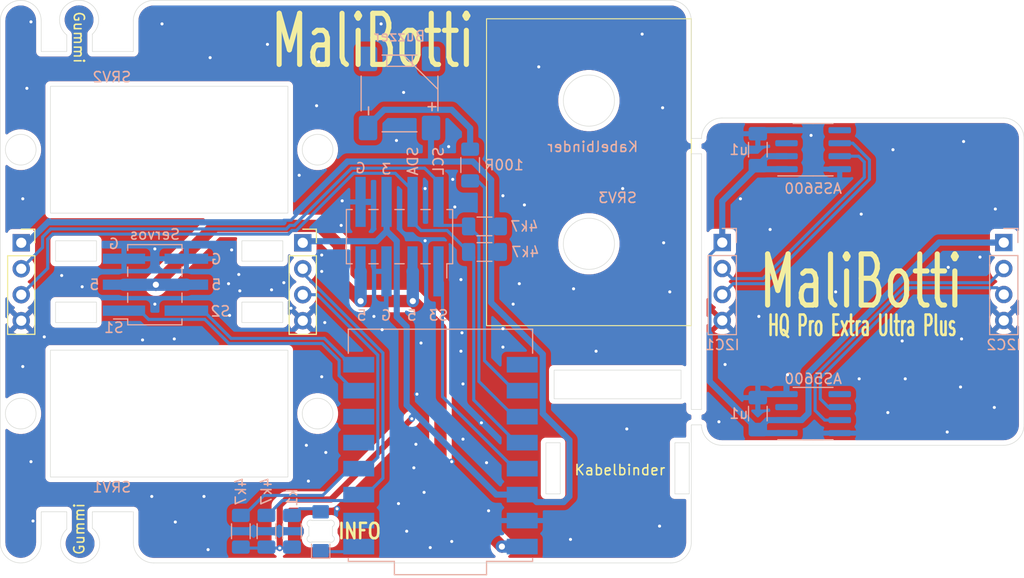
<source format=kicad_pcb>
(kicad_pcb (version 20241229) (generator "pcbnew") (generator_version "9.0")
  (layers (0 "F.Cu" signal) (2 "B.Cu" signal) (13 "F.Paste" user) (15 "B.Paste" user) (5 "F.SilkS" user "F.Silkscreen") (7 "B.SilkS" user "B.Silkscreen") (1 "F.Mask" user) (3 "B.Mask" user) (25 "Edge.Cuts" user))
  (net 0 "")
  (net 3 "Net-(D1-A)")
  (net 4 "Net-(D1-K)")
  (net 5 "GND")
  (net 6 "+5V")
  (net 7 "SRV1")
  (net 8 "SRV2")
  (net 9 "SRV3")
  (net 10 "+3.3V")
  (net 11 "Net-(BZ1--)")
  (net 12 "GND1")
  (net 13 "SDA")
  (net 14 "SCL")
  (net 15 "+3.3VP")
  (net 17 "BUZZER")
  (net 19 "Net-(J3-Pin_3)")
  (net 20 "Net-(J3-Pin_2)")
  (net 21 "Net-(J4-Pin_2)")
  (net 22 "Net-(J4-Pin_3)")
  (net 23 "SCL1")
  (net 24 "SDA1")
  (footprint "Connector_PinSocket_2.54mm:PinSocket_1x04_P2.54mm_Vertical" (layer "F.Cu") (at 129.55 96.2)
    (property "Reference" "J6" (hide yes))
    (property "Value" "I2C2")
    (pad "1" thru_hole rect (at 0 0) (size 1.7 1.7) (drill 1) (layers "*.Cu" "*.Mask") (net 10 "+3.3V"))
    (pad "2" thru_hole circle (at 0 2.54) (size 1.7 1.7) (drill 1) (layers "*.Cu" "*.Mask") (net 23 "SCL1"))
    (pad "3" thru_hole circle (at 0 5.08) (size 1.7 1.7) (drill 1) (layers "*.Cu" "*.Mask") (net 24 "SDA1"))
    (pad "4" thru_hole circle (at 0 7.62) (size 1.7 1.7) (drill 1) (layers "*.Cu" "*.Mask") (net 5 "GND"))
  )
  (footprint "liebler_MECH:SG90_PCB" (layer "F.Cu") (at 110.9 87.1)
    (property "Reference" "SRV2" (at 0 -7.1 0) (layer "B.SilkS") (effects (justify mirror)))
    (property "Value" "Servo SG90")
    (fp_rect (start -6 -6.2) (end 17.2 6.2) (stroke (width 0.05)) (fill no) (layer "Edge.Cuts"))
    (fp_circle (center -8.9 0) (end -8.9 -1.5) (stroke (width 0.05)) (fill no) (layer "Edge.Cuts"))
    (fp_circle (center 20.1 0) (end 20.1 -1.5) (stroke (width 0.05)) (fill no) (layer "Edge.Cuts"))
  )
  (footprint "Connector_PinSocket_2.54mm:PinSocket_1x04_P2.54mm_Vertical" (layer "F.Cu") (at 102.05 96.2)
    (property "Reference" "J5" (hide yes))
    (property "Value" "I2C1")
    (pad "1" thru_hole rect (at 0 0) (size 1.7 1.7) (drill 1) (layers "*.Cu" "*.Mask") (net 10 "+3.3V"))
    (pad "2" thru_hole circle (at 0 2.54) (size 1.7 1.7) (drill 1) (layers "*.Cu" "*.Mask") (net 14 "SCL"))
    (pad "3" thru_hole circle (at 0 5.08) (size 1.7 1.7) (drill 1) (layers "*.Cu" "*.Mask") (net 13 "SDA"))
    (pad "4" thru_hole circle (at 0 7.62) (size 1.7 1.7) (drill 1) (layers "*.Cu" "*.Mask") (net 5 "GND"))
  )
  (footprint "liebler_MECH:SG90_PCB" (layer "F.Cu") (at 110.9 112.9)
    (property "Reference" "SRV1" (at 0 7.2 0) (layer "B.SilkS") (effects (justify mirror)))
    (property "Value" "Servo SG90")
    (fp_rect (start -6 -6.2) (end 17.2 6.2) (stroke (width 0.05)) (fill no) (layer "Edge.Cuts"))
    (fp_circle (center -8.9 0) (end -8.9 -1.5) (stroke (width 0.05)) (fill no) (layer "Edge.Cuts"))
    (fp_circle (center 20.1 0) (end 20.1 -1.5) (stroke (width 0.05)) (fill no) (layer "Edge.Cuts"))
  )
  (footprint "liebler_MECH:SG90_vertical_PCB" (layer "F.Cu") (at 160.3 110.05 90)
    (property "Reference" "SRV3" (at 18.25 0 0) (layer "B.SilkS") (effects (justify mirror)))
    (property "Value" "Servo SG90")
    (fp_rect (start -10.7 -7) (end -5.7 -5.6) (stroke (width 0.05)) (fill no) (layer "Edge.Cuts"))
    (fp_rect (start -1.4 -6.2) (end 1.4 6.2) (stroke (width 0.05)) (fill no) (layer "Edge.Cuts"))
    (fp_rect (start -10.7 5.6) (end -5.7 7) (stroke (width 0.05)) (fill no) (layer "Edge.Cuts"))
  )
  (footprint "liebler_MECH:Hinge_3040" (layer "F.Cu") (at 167.5 89.3)
    (property "Reference" "H1" (hide yes))
    (property "Value" "Hinge3040")
    (fp_circle (center -10 -7) (end -10 -9.5) (stroke (width 0.05)) (fill no) (layer "Edge.Cuts"))
    (fp_circle (center -10 7) (end -10 4.5) (stroke (width 0.05)) (fill no) (layer "Edge.Cuts"))
  )
  (footprint "liebler_MECH:XDCR_CMT-7525-80-SMT-TR_handsolder" (layer "B.Cu") (at 139 81.6 90)
    (property "Reference" "BZ1" (hide yes))
    (property "Value" "Buzzer" (at 5.6 0 0) (layer "B.SilkS") (effects (justify mirror)))
    (fp_text user "-" (at -1.7 -3.1 90) (layer "B.SilkS") (effects (justify mirror)))
    (fp_text user "+" (at -1.3 3.1 90) (layer "B.SilkS") (effects (justify mirror)))
    (pad "" smd roundrect (at 3.375 -3.075 90) (size 2.4 1.8) (layers "B.Cu" "B.Mask" "B.Paste") (roundrect_rratio 0.1388888889))
    (pad "" smd roundrect (at 3.375 3.075 90) (size 2.4 1.8) (layers "B.Cu" "B.Mask" "B.Paste") (roundrect_rratio 0.1388888889))
    (pad "N" smd roundrect (at -3.375 -3.075 90) (size 2.4 1.8) (layers "B.Cu" "B.Mask" "B.Paste") (roundrect_rratio 0.1388888889) (net 11 "Net-(BZ1--)"))
    (pad "P" smd roundrect (at -3.375 3.075 90) (size 2.4 1.8) (layers "B.Cu" "B.Mask" "B.Paste") (roundrect_rratio 0.1388888889) (net 10 "+3.3V"))
  )
  (footprint "Connector_PinHeader_2.54mm:PinHeader_2x04_P2.54mm_Vertical_SMD" (layer "B.Cu") (at 139 95.6 90)
    (property "Reference" "J2" (hide yes))
    (property "Value" "Servos & I2C" (hide yes))
    (pad "1" smd rect (at -3.396 3.806 90) (size 4.892 1.008) (layers "B.Cu" "B.Mask" "B.Paste") (net 9 "SRV3"))
    (pad "2" smd rect (at 3.396 3.806 90) (size 4.892 1.008) (layers "B.Cu" "B.Mask" "B.Paste") (net 14 "SCL"))
    (pad "3" smd rect (at -3.396 1.27 90) (size 4.892 1) (layers "B.Cu" "B.Mask" "B.Paste") (net 6 "+5V"))
    (pad "4" smd rect (at 3.396 1.274 90) (size 4.892 1.008) (layers "B.Cu" "B.Mask" "B.Paste") (net 13 "SDA"))
    (pad "5" smd rect (at -3.396 -1.274 90) (size 4.892 1.008) (layers "B.Cu" "B.Mask" "B.Paste") (net 5 "GND"))
    (pad "6" smd rect (at 3.396 -1.266 90) (size 4.892 1.008) (layers "B.Cu" "B.Mask" "B.Paste") (net 10 "+3.3V"))
    (pad "7" smd rect (at -3.396 -3.814 90) (size 4.892 1.008) (layers "B.Cu" "B.Mask" "B.Paste") (net 6 "+5V"))
    (pad "8" smd rect (at 3.396 -3.806 90) (size 4.892 1.008) (layers "B.Cu" "B.Mask" "B.Paste") (net 5 "GND"))
  )
  (footprint "Connector_PinHeader_2.54mm:PinHeader_1x04_P2.54mm_Vertical" (layer "B.Cu") (at 170.525 96.18 180)
    (property "Reference" "J3" (hide yes))
    (property "Value" "I2C1" (at 0 -10 0) (layer "B.SilkS") (effects (justify mirror)))
    (pad "1" thru_hole rect (at 0 0 180) (size 1.7 1.7) (drill 1) (layers "*.Cu" "*.Mask") (net 15 "+3.3VP"))
    (pad "2" thru_hole circle (at 0 -2.54 180) (size 1.7 1.7) (drill 1) (layers "*.Cu" "*.Mask") (net 20 "Net-(J3-Pin_2)"))
    (pad "3" thru_hole circle (at 0 -5.08 180) (size 1.7 1.7) (drill 1) (layers "*.Cu" "*.Mask") (net 19 "Net-(J3-Pin_3)"))
    (pad "4" thru_hole circle (at 0 -7.62 180) (size 1.7 1.7) (drill 1) (layers "*.Cu" "*.Mask") (net 12 "GND1"))
  )
  (footprint "Capacitor_SMD:C_1206_3216Metric_Pad1.33x1.80mm_HandSolder" (layer "B.Cu") (at 174 112.9 90)
    (property "Reference" "C1" (hide yes))
    (property "Value" "u1" (at 0 -1.85 180) (layer "B.SilkS") (effects (justify mirror)))
    (pad "1" smd roundrect (at -1.5625 0 90) (size 1.325 1.8) (layers "B.Cu" "B.Mask" "B.Paste") (roundrect_rratio 0.188679) (net 15 "+3.3VP"))
    (pad "2" smd roundrect (at 1.5625 0 90) (size 1.325 1.8) (layers "B.Cu" "B.Mask" "B.Paste") (roundrect_rratio 0.188679) (net 12 "GND1"))
  )
  (footprint "Connector_PinHeader_2.54mm:PinHeader_2x03_P2.54mm_Vertical_SMD" (layer "B.Cu") (at 115.1 100.3)
    (property "Reference" "J1" (hide yes))
    (property "Value" "Servos" (at 0 -4.92 0) (layer "B.SilkS") (effects (justify mirror)))
    (pad "1" smd rect (at -3.015 2.536) (size 4.13 1.008) (layers "B.Cu" "B.Mask" "B.Paste") (net 7 "SRV1"))
    (pad "2" smd rect (at 3.0785 2.536) (size 4.257 1.008) (layers "B.Cu" "B.Mask" "B.Paste") (net 8 "SRV2"))
    (pad "3" smd rect (at -3.015 0) (size 4.13 1) (layers "B.Cu" "B.Mask" "B.Paste") (net 6 "+5V"))
    (pad "4" smd rect (at 3.0785 -0.004) (size 4.257 1.008) (layers "B.Cu" "B.Mask" "B.Paste") (net 6 "+5V"))
    (pad "5" smd rect (at -3.015 -2.54) (size 4.13 1) (layers "B.Cu" "B.Mask" "B.Paste") (net 5 "GND"))
    (pad "6" smd rect (at 3.0785 -2.54) (size 4.257 1) (layers "B.Cu" "B.Mask" "B.Paste") (net 5 "GND"))
  )
  (footprint "Connector_PinHeader_2.54mm:PinHeader_1x04_P2.54mm_Vertical" (layer "B.Cu") (at 198.025 96.18 180)
    (property "Reference" "J4" (hide yes))
    (property "Value" "I2C2" (at 0 -10 0) (layer "B.SilkS") (effects (justify mirror)))
    (pad "1" thru_hole rect (at 0 0 180) (size 1.7 1.7) (drill 1) (layers "*.Cu" "*.Mask") (net 15 "+3.3VP"))
    (pad "2" thru_hole circle (at 0 -2.54 180) (size 1.7 1.7) (drill 1) (layers "*.Cu" "*.Mask") (net 21 "Net-(J4-Pin_2)"))
    (pad "3" thru_hole circle (at 0 -5.08 180) (size 1.7 1.7) (drill 1) (layers "*.Cu" "*.Mask") (net 22 "Net-(J4-Pin_3)"))
    (pad "4" thru_hole circle (at 0 -7.62 180) (size 1.7 1.7) (drill 1) (layers "*.Cu" "*.Mask") (net 12 "GND1"))
  )
  (footprint "Resistor_SMD:R_1206_3216Metric_Pad1.30x1.75mm_HandSolder" (layer "B.Cu") (at 147.3 94.6)
    (property "Reference" "R3" (hide yes))
    (property "Value" "4k7" (at 3.9 0 0) (layer "B.SilkS") (effects (justify mirror)))
    (pad "1" smd roundrect (at -1.55 0) (size 1.3 1.75) (layers "B.Cu" "B.Mask" "B.Paste") (roundrect_rratio 0.192308) (net 14 "SCL"))
    (pad "2" smd roundrect (at 1.55 0) (size 1.3 1.75) (layers "B.Cu" "B.Mask" "B.Paste") (roundrect_rratio 0.192308) (net 10 "+3.3V"))
  )
  (footprint "Resistor_SMD:R_1206_3216Metric_Pad1.30x1.75mm_HandSolder" (layer "B.Cu") (at 126 124.4 -90)
    (property "Reference" "R5" (hide yes))
    (property "Value" "4k7" (at -3.9 0 90) (layer "B.SilkS") (effects (justify mirror)))
    (pad "1" smd roundrect (at -1.55 0 270) (size 1.3 1.75) (layers "B.Cu" "B.Mask" "B.Paste") (roundrect_rratio 0.192308) (net 23 "SCL1"))
    (pad "2" smd roundrect (at 1.55 0 270) (size 1.3 1.75) (layers "B.Cu" "B.Mask" "B.Paste") (roundrect_rratio 0.192308) (net 10 "+3.3V"))
  )
  (footprint "Resistor_SMD:R_1206_3216Metric_Pad1.30x1.75mm_HandSolder" (layer "B.Cu") (at 123.5 124.4 -90)
    (property "Reference" "R6" (hide yes))
    (property "Value" "4k7" (at -3.9 0 90) (layer "B.SilkS") (effects (justify mirror)))
    (pad "1" smd roundrect (at -1.55 0 270) (size 1.3 1.75) (layers "B.Cu" "B.Mask" "B.Paste") (roundrect_rratio 0.192308) (net 24 "SDA1"))
    (pad "2" smd roundrect (at 1.55 0 270) (size 1.3 1.75) (layers "B.Cu" "B.Mask" "B.Paste") (roundrect_rratio 0.192308) (net 10 "+3.3V"))
  )
  (footprint "Resistor_SMD:R_1206_3216Metric_Pad1.30x1.75mm_HandSolder" (layer "B.Cu") (at 128.5 124.4 -90)
    (property "Reference" "R1" (hide yes))
    (property "Value" "k1" (at -3.3 0 90) (layer "B.SilkS") (effects (justify mirror)))
    (pad "1" smd roundrect (at -1.55 0 270) (size 1.3 1.75) (layers "B.Cu" "B.Mask" "B.Paste") (roundrect_rratio 0.192308) (net 3 "Net-(D1-A)"))
    (pad "2" smd roundrect (at 1.55 0 270) (size 1.3 1.75) (layers "B.Cu" "B.Mask" "B.Paste") (roundrect_rratio 0.192308) (net 10 "+3.3V"))
  )
  (footprint "liebler_MODULES:MODULE_ESP32-C3_SUPERMINI" (layer "B.Cu") (at 143 116)
    (property "Reference" "U1" (hide yes))
    (property "Value" "ESP32-C3_SUPERMINI_SMD")
    (pad "0" smd rect (at 7.985 -7.88) (size 3.025 1.524) (layers "B.Cu" "B.Mask" "B.Paste"))
    (pad "1" smd rect (at 7.985 -5.34) (size 3.025 1.524) (layers "B.Cu" "B.Mask" "B.Paste") (net 17 "BUZZER"))
    (pad "2" smd rect (at 7.985 -2.8) (size 3.025 1.524) (layers "B.Cu" "B.Mask" "B.Paste") (net 14 "SCL"))
    (pad "3" smd rect (at 7.985 -0.26) (size 3.025 1.524) (layers "B.Cu" "B.Mask" "B.Paste") (net 13 "SDA"))
    (pad "3.3" smd rect (at 7.985 4.82) (size 3.025 1.524) (layers "B.Cu" "B.Mask" "B.Paste") (net 10 "+3.3V"))
    (pad "4" smd rect (at 7.985 2.28) (size 3.025 1.524) (layers "B.Cu" "B.Mask" "B.Paste") (net 9 "SRV3"))
    (pad "5" smd rect (at -7.985 9.9) (size 3.025 1.524) (layers "B.Cu" "B.Mask" "B.Paste") (net 4 "Net-(D1-K)"))
    (pad "5V" smd rect (at 7.985 9.9) (size 3.025 1.524) (layers "B.Cu" "B.Mask" "B.Paste") (net 6 "+5V"))
    (pad "6" smd rect (at -7.985 7.36) (size 3.025 1.524) (layers "B.Cu" "B.Mask" "B.Paste"))
    (pad "7" smd rect (at -7.985 4.82) (size 3.025 1.524) (layers "B.Cu" "B.Mask" "B.Paste") (net 23 "SCL1"))
    (pad "8" smd rect (at -7.985 2.28) (size 3.025 1.524) (layers "B.Cu" "B.Mask" "B.Paste") (net 24 "SDA1"))
    (pad "9" smd rect (at -7.985 -0.26) (size 3.025 1.524) (layers "B.Cu" "B.Mask" "B.Paste"))
    (pad "10" smd rect (at -7.985 -2.8) (size 3.025 1.524) (layers "B.Cu" "B.Mask" "B.Paste"))
    (pad "20" smd rect (at -7.985 -5.34) (size 3.025 1.524) (layers "B.Cu" "B.Mask" "B.Paste") (net 7 "SRV1"))
    (pad "21" smd rect (at -7.985 -7.88) (size 3.025 1.524) (layers "B.Cu" "B.Mask" "B.Paste") (net 8 "SRV2"))
    (pad "G" smd rect (at 7.985 7.36) (size 3.025 1.524) (layers "B.Cu" "B.Mask" "B.Paste") (net 5 "GND"))
  )
  (footprint "liebler_SEMICONDUCTORS:SOIC-8_3.9x4.9mm_P1.27mm_handsolder" (layer "B.Cu") (at 179.4 112.9)
    (property "Reference" "U3" (hide yes))
    (property "Value" "AS5600" (at 0 -3.4 180) (layer "B.SilkS") (effects (justify mirror)))
    (pad "1" smd roundrect (at -2.6 1.905) (size 2.2 0.6) (layers "B.Cu" "B.Mask" "B.Paste") (net 15 "+3.3VP"))
    (pad "2" smd roundrect (at -2.6 0.635) (size 2.2 0.6) (layers "B.Cu" "B.Mask" "B.Paste") (net 15 "+3.3VP"))
    (pad "3" smd roundrect (at -2.6 -0.635) (size 2.2 0.6) (layers "B.Cu" "B.Mask" "B.Paste"))
    (pad "4" smd roundrect (at -2.6 -1.905) (size 2.2 0.6) (layers "B.Cu" "B.Mask" "B.Paste") (net 12 "GND1"))
    (pad "5" smd roundrect (at 2.6 -1.905) (size 2.2 0.6) (layers "B.Cu" "B.Mask" "B.Paste"))
    (pad "6" smd roundrect (at 2.6 -0.635) (size 2.2 0.6) (layers "B.Cu" "B.Mask" "B.Paste") (net 22 "Net-(J4-Pin_3)"))
    (pad "7" smd roundrect (at 2.6 0.635) (size 2.2 0.6) (layers "B.Cu" "B.Mask" "B.Paste") (net 21 "Net-(J4-Pin_2)"))
    (pad "8" smd roundrect (at 2.6 1.905) (size 2.2 0.6) (layers "B.Cu" "B.Mask" "B.Paste") (net 12 "GND1"))
  )
  (footprint "Capacitor_SMD:C_1206_3216Metric_Pad1.33x1.80mm_HandSolder" (layer "B.Cu") (at 174 87.1 90)
    (property "Reference" "C2" (hide yes))
    (property "Value" "u1" (at 0 -1.85 180) (layer "B.SilkS") (effects (justify mirror)))
    (pad "1" smd roundrect (at -1.5625 0 90) (size 1.325 1.8) (layers "B.Cu" "B.Mask" "B.Paste") (roundrect_rratio 0.188679) (net 15 "+3.3VP"))
    (pad "2" smd roundrect (at 1.5625 0 90) (size 1.325 1.8) (layers "B.Cu" "B.Mask" "B.Paste") (roundrect_rratio 0.188679) (net 12 "GND1"))
  )
  (footprint "Resistor_SMD:R_1206_3216Metric_Pad1.30x1.75mm_HandSolder" (layer "B.Cu") (at 147.3 97.1)
    (property "Reference" "R4" (hide yes))
    (property "Value" "4k7" (at 4 0 0) (layer "B.SilkS") (effects (justify mirror)))
    (pad "1" smd roundrect (at -1.55 0) (size 1.3 1.75) (layers "B.Cu" "B.Mask" "B.Paste") (roundrect_rratio 0.192308) (net 13 "SDA"))
    (pad "2" smd roundrect (at 1.55 0) (size 1.3 1.75) (layers "B.Cu" "B.Mask" "B.Paste") (roundrect_rratio 0.192308) (net 10 "+3.3V"))
  )
  (footprint "liebler_OPTO:LED_1206_3216Metric_ReverseMount" (layer "B.Cu") (at 131.3 124.4 90)
    (property "Reference" "D1" (hide yes))
    (property "Value" "LED" (hide yes))
    (fp_line (start -0.45 -1.15) (end 0.45 -1.15) (stroke (width 0.05)) (layer "Edge.Cuts"))
    (fp_line (start 1.05 -0.85) (end 1.05 0.85) (stroke (width 0.05)) (layer "Edge.Cuts"))
    (fp_line (start -1.05 0.85) (end -1.05 -0.85) (stroke (width 0.05)) (layer "Edge.Cuts"))
    (fp_line (start 0.45 1.15) (end -0.45 1.15) (stroke (width 0.05)) (layer "Edge.Cuts"))
    (fp_arc (start 0.45 -1.15) (mid 0.9 -1.3) (end 1.05 -0.85) (stroke (width 0.05)) (layer "Edge.Cuts"))
    (fp_arc (start -1.05 -0.85) (mid -0.9 -1.3) (end -0.45 -1.15) (stroke (width 0.05)) (layer "Edge.Cuts"))
    (fp_arc (start 1.05 0.85) (mid 0.9 1.3) (end 0.45 1.15) (stroke (width 0.05)) (layer "Edge.Cuts"))
    (fp_arc (start -0.45 1.15) (mid -0.9 1.3) (end -1.05 0.85) (stroke (width 0.05)) (layer "Edge.Cuts"))
    (pad "1" smd roundrect (at -1.9 0 90) (size 1.3 1.6) (layers "B.Cu" "B.Mask" "B.Paste") (roundrect_rratio 0.1) (net 4 "Net-(D1-K)"))
    (pad "2" smd roundrect (at 1.9 0 90) (size 1.3 1.6) (layers "B.Cu" "B.Mask" "B.Paste") (roundrect_rratio 0.1) (net 3 "Net-(D1-A)"))
  )
  (footprint "Resistor_SMD:R_1206_3216Metric_Pad1.30x1.75mm_HandSolder" (layer "B.Cu") (at 145.9 88.6 -90)
    (property "Reference" "R2" (hide yes))
    (property "Value" "100R" (at 0 -3.3 180) (layer "B.SilkS") (effects (justify mirror)))
    (pad "1" smd roundrect (at -1.55 0 270) (size 1.3 1.75) (layers "B.Cu" "B.Mask" "B.Paste") (roundrect_rratio 0.192308) (net 11 "Net-(BZ1--)"))
    (pad "2" smd roundrect (at 1.55 0 270) (size 1.3 1.75) (layers "B.Cu" "B.Mask" "B.Paste") (roundrect_rratio 0.192308) (net 17 "BUZZER"))
  )
  (footprint "liebler_SEMICONDUCTORS:SOIC-8_3.9x4.9mm_P1.27mm_handsolder" (layer "B.Cu") (at 179.4 87.1)
    (property "Reference" "U2" (hide yes))
    (property "Value" "AS5600" (at 0 3.8 180) (layer "B.SilkS") (effects (justify mirror)))
    (pad "1" smd roundrect (at -2.6 1.905) (size 2.2 0.6) (layers "B.Cu" "B.Mask" "B.Paste") (net 15 "+3.3VP"))
    (pad "2" smd roundrect (at -2.6 0.635) (size 2.2 0.6) (layers "B.Cu" "B.Mask" "B.Paste") (net 15 "+3.3VP"))
    (pad "3" smd roundrect (at -2.6 -0.635) (size 2.2 0.6) (layers "B.Cu" "B.Mask" "B.Paste"))
    (pad "4" smd roundrect (at -2.6 -1.905) (size 2.2 0.6) (layers "B.Cu" "B.Mask" "B.Paste") (net 12 "GND1"))
    (pad "5" smd roundrect (at 2.6 -1.905) (size 2.2 0.6) (layers "B.Cu" "B.Mask" "B.Paste"))
    (pad "6" smd roundrect (at 2.6 -0.635) (size 2.2 0.6) (layers "B.Cu" "B.Mask" "B.Paste") (net 19 "Net-(J3-Pin_3)"))
    (pad "7" smd roundrect (at 2.6 0.635) (size 2.2 0.6) (layers "B.Cu" "B.Mask" "B.Paste") (net 20 "Net-(J3-Pin_2)"))
    (pad "8" smd roundrect (at 2.6 1.905) (size 2.2 0.6) (layers "B.Cu" "B.Mask" "B.Paste") (net 12 "GND1"))
  )
  (gr_line (start 167.5 112.5) (end 167.5 87.5) (stroke (width 0.05)) (layer "Edge.Cuts"))
  (gr_rect (start 105.4 102) (end 109.4 104) (stroke (width 0.05)) (fill no) (layer "Edge.Cuts"))
  (gr_line (start 167.5 125.5) (end 167.5 114) (stroke (width 0.05)) (layer "Edge.Cuts"))
  (gr_line (start 106.5 75.886605) (end 106.5 77.5) (stroke (width 0.05)) (layer "Edge.Cuts"))
  (gr_line (start 170.5 116) (end 198 116) (stroke (width 0.05)) (layer "Edge.Cuts"))
  (gr_arc (start 170.5 116) (mid 169.085786 115.414214) (end 168.5 114) (stroke (width 0.05)) (layer "Edge.Cuts"))
  (gr_arc (start 106.5 75.886606) (mid 107.633855 72.490649) (end 109 75.8) (stroke (width 0.05)) (layer "Edge.Cuts"))
  (gr_arc (start 104 125.5) (mid 102 127.5) (end 100 125.5) (stroke (width 0.05)) (layer "Edge.Cuts"))
  (gr_line (start 200 114) (end 200 86) (stroke (width 0.05)) (layer "Edge.Cuts"))
  (gr_arc (start 200 114) (mid 199.414214 115.414214) (end 198 116) (stroke (width 0.05)) (layer "Edge.Cuts"))
  (gr_arc (start 113 74.5) (mid 113.585786 73.085786) (end 115 72.5) (stroke (width 0.05)) (layer "Edge.Cuts"))
  (gr_line (start 167.5 86) (end 167.5 74.5) (stroke (width 0.05)) (layer "Edge.Cuts"))
  (gr_line (start 113 122.5) (end 113 125.5) (stroke (width 0.05)) (layer "Edge.Cuts"))
  (gr_rect (start 123.6 96) (end 127.6 98) (stroke (width 0.05)) (fill no) (layer "Edge.Cuts"))
  (gr_arc (start 102 72.5) (mid 103.414214 73.085786) (end 104 74.5) (stroke (width 0.05)) (layer "Edge.Cuts"))
  (gr_arc (start 109 124.113394) (mid 107.866145 127.509351) (end 106.5 124.2) (stroke (width 0.05)) (layer "Edge.Cuts"))
  (gr_line (start 104 122.5) (end 106.5 122.5) (stroke (width 0.05)) (layer "Edge.Cuts"))
  (gr_line (start 198 84) (end 170.5 84) (stroke (width 0.05)) (layer "Edge.Cuts"))
  (gr_line (start 104 77.5) (end 104 74.5) (stroke (width 0.05)) (layer "Edge.Cuts"))
  (gr_line (start 113 77.5) (end 109 77.5) (stroke (width 0.05)) (layer "Edge.Cuts"))
  (gr_line (start 167.5 87.5) (end 168.5 87.5) (stroke (width 0.05)) (layer "Edge.Cuts"))
  (gr_rect (start 123.6 102) (end 127.6 104) (stroke (width 0.05)) (fill no) (layer "Edge.Cuts"))
  (gr_arc (start 168.5 86) (mid 169.085786 84.585786) (end 170.5 84) (stroke (width 0.05)) (layer "Edge.Cuts"))
  (gr_arc (start 115 127.5) (mid 113.585786 126.914214) (end 113 125.5) (stroke (width 0.05)) (layer "Edge.Cuts"))
  (gr_arc (start 167.5 125.5) (mid 166.914214 126.914214) (end 165.5 127.5) (stroke (width 0.05)) (layer "Edge.Cuts"))
  (gr_line (start 104 125.5) (end 104 122.5) (stroke (width 0.05)) (layer "Edge.Cuts"))
  (gr_line (start 109 122.5) (end 113 122.5) (stroke (width 0.05)) (layer "Edge.Cuts"))
  (gr_line (start 109 124.113395) (end 109 122.5) (stroke (width 0.05)) (layer "Edge.Cuts"))
  (gr_arc (start 165.5 72.5) (mid 166.914214 73.085786) (end 167.5 74.5) (stroke (width 0.05)) (layer "Edge.Cuts"))
  (gr_line (start 115 127.5) (end 165.5 127.5) (stroke (width 0.05)) (layer "Edge.Cuts"))
  (gr_line (start 167.5 86) (end 168.5 86) (stroke (width 0.05)) (layer "Edge.Cuts"))
  (gr_arc (start 198 84) (mid 199.414214 84.585786) (end 200 86) (stroke (width 0.05)) (layer "Edge.Cuts"))
  (gr_line (start 106.5 77.5) (end 104 77.5) (stroke (width 0.05)) (layer "Edge.Cuts"))
  (gr_line (start 100 86) (end 100 125.5) (stroke (width 0.05)) (layer "Edge.Cuts"))
  (gr_line (start 167.5 114) (end 168.5 114) (stroke (width 0.05)) (layer "Edge.Cuts"))
  (gr_line (start 167.5 112.5) (end 168.5 112.5) (stroke (width 0.05)) (layer "Edge.Cuts"))
  (gr_line (start 115 72.5) (end 165.5 72.5) (stroke (width 0.05)) (layer "Edge.Cuts"))
  (gr_line (start 109 77.5) (end 109 75.8) (stroke (width 0.05)) (layer "Edge.Cuts"))
  (gr_line (start 100 86) (end 100 74.5) (stroke (width 0.05)) (layer "Edge.Cuts"))
  (gr_line (start 113 74.5) (end 113 77.5) (stroke (width 0.05)) (layer "Edge.Cuts"))
  (gr_rect (start 105.4 96) (end 109.4 98) (stroke (width 0.05)) (fill no) (layer "Edge.Cuts"))
  (gr_arc (start 100 74.5) (mid 100.585786 73.085786) (end 102 72.5) (stroke (width 0.05)) (layer "Edge.Cuts"))
  (gr_line (start 106.5 122.5) (end 106.5 124.2) (stroke (width 0.05)) (layer "Edge.Cuts"))
  (gr_line (start 168.5 87.5) (end 168.5 112.5) (stroke (width 0.05)) (layer "Edge.Cuts"))
  (gr_text "INFO\n" (at 135.1 124.4 0) (layer "F.SilkS") (effects (font (size 1.5 1.2) (thickness 0.25) (bold yes))))
  (gr_text "MaliBotti" (at 184.1 100 0) (layer "F.SilkS") (effects (font (size 5 3) (thickness 0.5) (bold yes))))
  (gr_text "Kabelbinder" (at 156 119 0) (layer "F.SilkS") (effects (font (size 1 1)) (justify left bottom)))
  (gr_text "Gummi" (at 108.3 126.8 90) (layer "F.SilkS") (effects (font (size 1 1)) (justify left bottom)))
  (gr_text "MaliBotti" (at 126.2 79.4 0) (layer "F.SilkS") (effects (font (size 5 3) (thickness 0.5) (bold yes)) (justify left bottom)))
  (gr_text "Gummi" (at 107.1 73.5 270) (layer "F.SilkS") (effects (font (size 1 1)) (justify left bottom)))
  (gr_text "HQ Pro Extra Ultra Plus" (at 184.2 104.3 0) (layer "F.SilkS") (effects (font (size 2 1) (thickness 0.25) (bold yes))))
  (gr_text "SDA" (at 140.3 88.2 90) (layer "B.SilkS") (effects (font (size 1 1)) (justify mirror)))
  (gr_text "Kabelbinder" (at 162.4 87.4 0) (layer "B.SilkS") (effects (font (size 1 1)) (justify left bottom mirror)))
  (gr_text "S3" (at 142.8 103.3 0) (layer "B.SilkS") (effects (font (size 1 1)) (justify mirror)))
  (gr_text "S2" (at 121.5 102.9 0) (layer "B.SilkS") (effects (font (size 1 1)) (justify mirror)))
  (gr_text "G" (at 111.1 96.3 0) (layer "B.SilkS") (effects (font (size 1 1)) (justify mirror)))
  (gr_text "G" (at 135.2 88.9 0) (layer "B.SilkS") (effects (font (size 1 1)) (justify mirror)))
  (gr_text "3" (at 137.7 89 0) (layer "B.SilkS") (effects (font (size 1 1)) (justify mirror)))
  (gr_text "5" (at 121.1 100.3 0) (layer "B.SilkS") (effects (font (size 1 1)) (justify mirror)))
  (gr_text "SCL" (at 142.8 88.2 90) (layer "B.SilkS") (effects (font (size 1 1)) (justify mirror)))
  (gr_text "5" (at 140.2 103.3 0) (layer "B.SilkS") (effects (font (size 1 1)) (justify mirror)))
  (gr_text "5" (at 135.3 103.3 0) (layer "B.SilkS") (effects (font (size 1 1)) (justify mirror)))
  (gr_text "5" (at 109.2 100.3 0) (layer "B.SilkS") (effects (font (size 1 1)) (justify mirror)))
  (gr_text "S1" (at 111.1 104.5 0) (layer "B.SilkS") (effects (font (size 1 1)) (justify mirror)))
  (gr_text "G" (at 121.1 97.8 0) (layer "B.SilkS") (effects (font (size 1 1)) (justify mirror)))
  (gr_text "G" (at 137.7 103.3 0) (layer "B.SilkS") (effects (font (size 1 1)) (justify mirror)))
  (segment (start 130.9 122.2) (end 129.25 122.2) (width 0.3) (layer "B.Cu") (net 3))
  (segment (start 128.6 122.85) (end 128.5 122.85) (width 0.3) (layer "B.Cu") (net 3))
  (segment (start 131.3 122.6) (end 130.9 122.2) (width 0.3) (layer "B.Cu") (net 3))
  (segment (start 129.25 122.2) (end 128.6 122.85) (width 0.3) (layer "B.Cu") (net 3))
  (segment (start 131.3 126.4) (end 134.515 126.4) (width 0.3) (layer "B.Cu") (net 4))
  (segment (start 134.515 126.4) (end 135.015 125.9) (width 0.3) (layer "B.Cu") (net 4))
  (via (at 115.8 74.8) (size 0.6) (drill 0.3) (layers "F.Cu" "B.Cu") (net 5))
  (via (at 117.1 123.5) (size 0.6) (drill 0.3) (layers "F.Cu" "B.Cu") (net 5))
  (via (at 131.7 104) (size 0.6) (drill 0.3) (layers "F.Cu" "B.Cu") (net 5))
  (via (at 131.1 78.5) (size 0.6) (drill 0.3) (layers "F.Cu" "B.Cu") (net 5))
  (via (at 145 99.8) (size 0.6) (drill 0.3) (layers "F.Cu" "B.Cu") (net 5))
  (via (at 129.2 89.6) (size 0.6) (drill 0.3) (layers "F.Cu" "B.Cu") (net 5))
  (via (at 127.7 100.1) (size 0.6) (drill 0.3) (layers "F.Cu" "B.Cu") (net 5))
  (via (at 164.7 83) (size 0.6) (drill 0.3) (layers "F.Cu" "B.Cu") (net 5))
  (via (at 130.9 82.8) (size 0.6) (drill 0.3) (layers "F.Cu" "B.Cu") (net 5))
  (via (at 122.4 103.3) (size 0.6) (drill 0.3) (layers "F.Cu" "B.Cu") (net 5))
  (via (at 164.8 96.2) (size 0.6) (drill 0.3) (layers "F.Cu" "B.Cu") (net 5))
  (via (at 130.1 119.5) (size 0.6) (drill 0.3) (layers "F.Cu" "B.Cu") (net 5))
  (via (at 152.6 79) (size 0.6) (drill 0.3) (layers "F.Cu" "B.Cu") (net 5))
  (via (at 144.4 92.7) (size 0.6) (drill 0.3) (layers "F.Cu" "B.Cu") (net 5))
  (via (at 162.7 75.8) (size 0.6) (drill 0.3) (layers "F.Cu" "B.Cu") (net 5))
  (via (at 139.7 124.4) (size 0.6) (drill 0.3) (layers "F.Cu" "B.Cu") (net 5))
  (via (at 119.9 121) (size 0.6) (drill 0.3) (layers "F.Cu" "B.Cu") (net 5))
  (via (at 149.1 106.4) (size 0.6) (drill 0.3) (layers "F.Cu" "B.Cu") (net 5))
  (via (at 149.1 104.6) (size 0.6) (drill 0.3) (layers "F.Cu" "B.Cu") (net 5))
  (via (at 145.2 115.4) (size 0.6) (drill 0.3) (layers "F.Cu" "B.Cu") (net 5))
  (via (at 158.2 106.8) (size 0.6) (drill 0.3) (layers "F.Cu" "B.Cu") (net 5))
  (via (at 128.4 102.6) (size 0.6) (drill 0.3) (layers "F.Cu" "B.Cu") (net 5))
  (via (at 131.8 116.7) (size 0.6) (drill 0.3) (layers "F.Cu" "B.Cu") (net 5))
  (via (at 104.3 105.4) (size 0.6) (drill 0.3) (layers "F.Cu" "B.Cu") (net 5))
  (via (at 145 106.8) (size 0.6) (drill 0.3) (layers "F.Cu" "B.Cu") (net 5))
  (via (at 120.5 78.1) (size 0.6) (drill 0.3) (layers "F.Cu" "B.Cu") (net 5))
  (via (at 126.5 100.8) (size 0.6) (drill 0.3) (layers "F.Cu" "B.Cu") (net 5))
  (via (at 142 126) (size 0.6) (drill 0.3) (layers "F.Cu" "B.Cu") (net 5))
  (via (at 113.9 105.7) (size 0.6) (drill 0.3) (layers "F.Cu" "B.Cu") (net 5))
  (via (at 161.2 114.4) (size 0.6) (drill 0.3) (layers "F.Cu" "B.Cu") (net 5))
  (via (at 139.4 81.5) (size 0.6) (drill 0.3) (layers "F.Cu" "B.Cu") (net 5))
  (via (at 144.2 90) (size 0.6) (drill 0.3) (layers "F.Cu" "B.Cu") (net 5))
  (via (at 103.2 123.4) (size 0.6) (drill 0.3) (layers "F.Cu" "B.Cu") (net 5))
  (via (at 123.3 99.3) (size 0.6) (drill 0.3) (layers "F.Cu" "B.Cu") (net 5))
  (via (at 150.1 102.2) (size 0.6) (drill 0.3) (layers "F.Cu" "B.Cu") (net 5))
  (via (at 102.2 91.9) (size 0.6) (drill 0.3) (layers "F.Cu" "B.Cu") (net 5))
  (via (at 117 105.6) (size 0.6) (drill 0.3) (layers "F.Cu" "B.Cu") (net 5))
  (via (at 103 74.6) (size 0.6) (drill 0.3) (layers "F.Cu" "B.Cu") (net 5))
  (via (at 165.4 101) (size 0.6) (drill 0.3) (layers "F.Cu" "B.Cu") (net 5))
  (via (at 115.1 102.2) (size 0.6) (drill 0.3) (layers "F.Cu" "B.Cu") (net 5))
  (via (at 160.8 90.9) (size 0.6) (drill 0.3) (layers "F.Cu" "B.Cu") (net 5))
  (via (at 141.4 120.6) (size 0.6) (drill 0.3) (layers "F.Cu" "B.Cu") (net 5))
  (via (at 138.9 121.7) (size 0.6) (drill 0.3) (layers "F.Cu" "B.Cu") (net 5))
  (via (at 143.8 86.8) (size 0.6) (drill 0.3) (layers "F.Cu" "B.Cu") (net 5))
  (via (at 129.9 116) (size 0.6) (drill 0.3) (layers "F.Cu" "B.Cu") (net 5))
  (via (at 122.3 100.2) (size 0.6) (drill 0.3) (layers "F.Cu" "B.Cu") (net 5))
  (via (at 137.2 74.8) (size 0.6) (drill 0.3) (layers "F.Cu" "B.Cu") (net 5))
  (via (at 137.3 104.7) (size 0.6) (drill 0.3) (layers "F.Cu" "B.Cu") (net 5))
  (via (at 115.1 96.8) (size 0.6) (drill 0.3) (layers "F.Cu" "B.Cu") (net 5))
  (via (at 164.4 123.9) (size 0.6) (drill 0.3) (layers "F.Cu" "B.Cu") (net 5))
  (via (at 126.1 76.8) (size 0.6) (drill 0.3) (layers "F.Cu" "B.Cu") (net 5))
  (via (at 140.4 118.2) (size 0.6) (drill 0.3) (layers "F.Cu" "B.Cu") (net 5))
  (via (at 106 99.4) (size 0.6) (drill 0.3) (layers "F.Cu" "B.Cu") (net 5))
  (via (at 108 100.5) (size 0.6) (drill 0.3) (layers "F.Cu" "B.Cu") (net 5))
  (via (at 145.2 110) (size 0.6) (drill 0.3) (layers "F.Cu" "B.Cu") (net 5))
  (via (at 122.6 96.9) (size 0.6) (drill 0.3) (layers "F.Cu" "B.Cu") (net 5))
  (via (at 131.4 97.4) (size 0.6) (drill 0.3) (layers "F.Cu" "B.Cu") (net 5))
  (via (at 145.1 105) (size 0.6) (drill 0.3) (layers "F.Cu" "B.Cu") (net 5))
  (via (at 147 113.8) (size 0.6) (drill 0.3) (layers "F.Cu" "B.Cu") (net 5))
  (via (at 155.7 125.2) (size 0.6) (drill 0.3) (layers "F.Cu" "B.Cu") (net 5))
  (via (at 103 117.6) (size 0.6) (drill 0.3) (layers "F.Cu" "B.Cu") (net 5))
  (via (at 102.6 81.1) (size 0.6) (drill 0.3) (layers "F.Cu" "B.Cu") (net 5))
  (via (at 114.8 121) (size 0.6) (drill 0.3) (layers "F.Cu" "B.Cu") (net 5))
  (via (at 144.1 117.6) (size 0.6) (drill 0.3) (layers "F.Cu" "B.Cu") (net 5))
  (via (at 136.5 103.4) (size 0.6) (drill 0.3) (layers "F.Cu" "B.Cu") (net 5))
  (via (at 147.5 117.7) (size 0.6) (drill 0.3) (layers "F.Cu" "B.Cu") (net 5))
  (via (at 140.6 115.9) (size 0.6) (drill 0.3) (layers "F.Cu" "B.Cu") (net 5))
  (via (at 138.7 86.2) (size 0.6) (drill 0.3) (layers "F.Cu" "B.Cu") (net 5))
  (via (at 144.1 125.4) (size 0.6) (drill 0.3) (layers "F.Cu" "B.Cu") (net 5))
  (via (at 131.4 109.3) (size 0.6) (drill 0.3) (layers "F.Cu" "B.Cu") (net 5))
  (via (at 133.3 94.5) (size 0.6) (drill 0.3) (layers "F.Cu" "B.Cu") (net 5))
  (via (at 141.1 106) (size 0.6) (drill 0.3) (layers "F.Cu" "B.Cu") (net 5))
  (via (at 151.2 92.5) (size 0.6) (drill 0.3) (layers "F.Cu" "B.Cu") (net 5))
  (via (at 141.5 90.9) (size 0.6) (drill 0.3) (layers "F.Cu" "B.Cu") (net 5))
  (via (at 102.2 108.3) (size 0.6) (drill 0.3) (layers "F.Cu" "B.Cu") (net 5))
  (via (at 147.7 122.4) (size 0.6) (drill 0.3) (layers "F.Cu" "B.Cu") (net 5))
  (via (at 141.5 96) (size 0.6) (drill 0.3) (layers "F.Cu" "B.Cu") (net 5))
  (via (at 140.7 111) (size 0.6) (drill 0.3) (layers "F.Cu" "B.Cu") (net 5))
  (via (at 156 100.7) (size 0.6) (drill 0.3) (layers "F.Cu" "B.Cu") (net 5))
  (via (at 120.3 126.2) (size 0.6) (drill 0.3) (layers "F.Cu" "B.Cu") (net 5))
  (via (at 150.7 100.2) (size 0.6) (drill 0.3) (layers "F.Cu" "B.Cu") (net 5))
  (via (at 131.4 99) (size 0.6) (drill 0.3) (layers "F.Cu" "B.Cu") (net 5))
  (via (at 133.4 92.1) (size 0.6) (drill 0.3) (layers "F.Cu" "B.Cu") (net 5))
  (via (at 123.4 100.9) (size 0.6) (drill 0.3) (layers "F.Cu" "B.Cu") (net 5))
  (via (at 149.1 91.6) (size 0.6) (drill 0.3) (layers "F.Cu" "B.Cu") (net 5))
  (via (at 132.9 122.2) (size 0.6) (drill 0.3) (layers "F.Cu" "B.Cu") (net 5))
  (segment (start 136.4 92.2) (end 136.396 92.204) (width 0.6) (layer "B.Cu") (net 5))
  (segment (start 135.194 92.204) (end 136.396 92.204) (width 0.6) (layer "B.Cu") (net 5))
  (segment (start 131.201 94.549) (end 133.1 96.448) (width 1.2) (layer "F.Cu") (net 6))
  (segment (start 140.3 101.9) (end 143 104.6) (width 1.2) (layer "F.Cu") (net 6))
  (segment (start 120.951 94.549) (end 131.201 94.549) (width 1.2) (layer "F.Cu") (net 6))
  (segment (start 143 119.9) (end 149 125.9) (width 1.2) (layer "F.Cu") (net 6))
  (segment (start 133.1 99.8) (end 135.2 101.9) (width 1.2) (layer "F.Cu") (net 6))
  (segment (start 115.2 100.3) (end 120.951 94.549) (width 1.2) (layer "F.Cu") (net 6))
  (segment (start 133.1 96.448) (end 133.1 99.8) (width 1.2) (layer "F.Cu") (net 6))
  (segment (start 143 104.6) (end 143 119.9) (width 1.2) (layer "F.Cu") (net 6))
  (segment (start 140.3 101.9) (end 135.2 101.9) (width 1.2) (layer "F.Cu") (net 6))
  (via (at 140.3 101.9) (size 1.2) (drill 0.6) (layers "F.Cu" "B.Cu") (net 6))
  (via (at 135.2 101.9) (size 1.2) (drill 0.6) (layers "F.Cu" "B.Cu") (net 6))
  (via (at 115.2 100.3) (size 1.2) (drill 0.6) (layers "F.Cu" "B.Cu") (net 6))
  (via (at 149 125.9) (size 1.2) (drill 0.6) (layers "F.Cu" "B.Cu") (net 6))
  (segment (start 150.985 125.9) (end 149 125.9) (width 1.2) (layer "B.Cu") (net 6))
  (segment (start 135.2 101.9) (end 135.2 99.01) (width 1.2) (layer "B.Cu") (net 6))
  (segment (start 140.3 99.026) (end 140.27 98.996) (width 1.2) (layer "B.Cu") (net 6))
  (segment (start 140.3 101.9) (end 140.3 99.026) (width 1.2) (layer "B.Cu") (net 6))
  (segment (start 135.2 99.01) (end 135.186 98.996) (width 1.2) (layer "B.Cu") (net 6))
  (segment (start 115.2 100.3) (end 118.1745 100.3) (width 1.2) (layer "B.Cu") (net 6))
  (segment (start 115.2 100.3) (end 112.085 100.3) (width 1.2) (layer "B.Cu") (net 6))
  (segment (start 118.1745 100.3) (end 118.1785 100.296) (width 1.2) (layer "B.Cu") (net 6))
  (segment (start 134.5785 110.66) (end 135.015 110.66) (width 0.3) (layer "B.Cu") (net 7))
  (segment (start 133.1 107.7) (end 133.1 109.1815) (width 0.3) (layer "B.Cu") (net 7))
  (segment (start 133.1 109.1815) (end 134.5785 110.66) (width 0.3) (layer "B.Cu") (net 7))
  (segment (start 112.085 102.836) (end 113.636 102.836) (width 0.3) (layer "B.Cu") (net 7))
  (segment (start 131.449 106.049) (end 133.1 107.7) (width 0.3) (layer "B.Cu") (net 7))
  (segment (start 113.636 102.836) (end 114.491 103.691) (width 0.3) (layer "B.Cu") (net 7))
  (segment (start 119.98248 103.691) (end 122.34048 106.049) (width 0.3) (layer "B.Cu") (net 7))
  (segment (start 114.491 103.691) (end 119.98248 103.691) (width 0.3) (layer "B.Cu") (net 7))
  (segment (start 122.34048 106.049) (end 131.449 106.049) (width 0.3) (layer "B.Cu") (net 7))
  (segment (start 131.656521 105.548) (end 122.548 105.548) (width 0.3) (layer "B.Cu") (net 8))
  (segment (start 119.836 102.836) (end 118.1785 102.836) (width 0.3) (layer "B.Cu") (net 8))
  (segment (start 135.015 108.12) (end 134.12 108.12) (width 0.3) (layer "B.Cu") (net 8))
  (segment (start 133.601 107.601) (end 133.601 107.492479) (width 0.3) (layer "B.Cu") (net 8))
  (segment (start 122.548 105.548) (end 119.836 102.836) (width 0.3) (layer "B.Cu") (net 8))
  (segment (start 133.601 107.492479) (end 131.656521 105.548) (width 0.3) (layer "B.Cu") (net 8))
  (segment (start 134.12 108.12) (end 133.601 107.601) (width 0.3) (layer "B.Cu") (net 8))
  (segment (start 150.985 118.28) (end 150.2345 118.28) (width 0.3) (layer "B.Cu") (net 9))
  (segment (start 143.2 100.09) (end 142.806 99.696) (width 0.3) (layer "B.Cu") (net 9))
  (segment (start 150.2345 118.28) (end 143.2 111.2455) (width 0.3) (layer "B.Cu") (net 9))
  (segment (start 143.2 111.2455) (end 143.2 100.09) (width 0.3) (layer "B.Cu") (net 9))
  (segment (start 140.2 113.4) (end 132.3 121.3) (width 0.6) (layer "F.Cu") (net 10))
  (segment (start 127.3 121.9) (end 127.3 126.05) (width 0.6) (layer "F.Cu") (net 10))
  (segment (start 132.3 121.3) (end 127.9 121.3) (width 0.6) (layer "F.Cu") (net 10))
  (segment (start 127.9 121.3) (end 127.3 121.9) (width 0.6) (layer "F.Cu") (net 10))
  (via (at 140.2 113.4) (size 0.6) (drill 0.3) (layers "F.Cu" "B.Cu") (net 10))
  (via (at 127.3 126.05) (size 0.6) (drill 0.3) (layers "F.Cu" "B.Cu") (net 10))
  (segment (start 142.075 88.23) (end 142.075 84.975) (width 0.6) (layer "B.Cu") (net 10))
  (segment (start 104.845174 94.197) (end 127.673826 94.197) (width 0.6) (layer "B.Cu") (net 10))
  (segment (start 151.669 120.82) (end 152.4 121.551) (width 0.6) (layer "B.Cu") (net 10))
  (segment (start 146.155 88.255) (end 142.1 88.255) (width 0.6) (layer "B.Cu") (net 10))
  (segment (start 152.4 121.551) (end 155.031785 121.551) (width 0.6) (layer "B.Cu") (net 10))
  (segment (start 140.566393 112.933607) (end 140.2 113.3) (width 0.6) (layer "B.Cu") (net 10))
  (segment (start 150.985 120.82) (end 148.452786 120.82) (width 0.6) (layer "B.Cu") (net 10))
  (segment (start 140.6 88.255) (end 133.915827 88.255) (width 0.6) (layer "B.Cu") (net 10))
  (segment (start 147.951 90.051) (end 146.155 88.255) (width 0.6) (layer "B.Cu") (net 10))
  (segment (start 148.452786 120.82) (end 140.566393 112.933607) (width 0.6) (layer "B.Cu") (net 10))
  (segment (start 139.7 104.4) (end 138.731 103.431) (width 0.6) (layer "B.Cu") (net 10))
  (segment (start 133.915827 88.255) (end 128.901 93.269826) (width 0.6) (layer "B.Cu") (net 10))
  (segment (start 129.701 96.049) (end 129.55 96.2) (width 0.6) (layer "B.Cu") (net 10))
  (segment (start 155.031785 121.551) (end 155.6 120.982785) (width 0.6) (layer "B.Cu") (net 10))
  (segment (start 147.951 102.051) (end 147.951 97.1) (width 0.6) (layer "B.Cu") (net 10))
  (segment (start 149.15 103.25) (end 147.951 102.051) (width 0.6) (layer "B.Cu") (net 10))
  (segment (start 142.1 88.255) (end 142.075 88.23) (width 0.6) (layer "B.Cu") (net 10))
  (segment (start 102.05 96.2) (end 102.650174 96.2) (width 0.6) (layer "B.Cu") (net 10))
  (segment (start 152.9985 107.0985) (end 149.15 103.25) (width 0.6) (layer "B.Cu") (net 10))
  (segment (start 128.403 93.997) (end 127.7 93.997) (width 0.3) (layer "B.Cu") (net 10))
  (segment (start 138.731 103.431) (end 138.731 96.031) (width 0.6) (layer "B.Cu") (net 10))
  (segment (start 139.7 112.067214) (end 139.7 104.4) (width 0.6) (layer "B.Cu") (net 10))
  (segment (start 137.734 95.066) (end 136.751 96.049) (width 0.6) (layer "B.Cu") (net 10))
  (segment (start 140.566393 112.933607) (end 139.7 112.067214) (width 0.6) (layer "B.Cu") (net 10))
  (segment (start 128.4 126.05) (end 127.3 126.05) (width 0.3) (layer "B.Cu") (net 10))
  (segment (start 137.734 95.034) (end 137.734 92.204) (width 0.6) (layer "B.Cu") (net 10))
  (segment (start 150.985 120.82) (end 151.669 120.82) (width 0.6) (layer "B.Cu") (net 10))
  (segment (start 128.5 125.95) (end 128.4 126.05) (width 0.3) (layer "B.Cu") (net 10))
  (segment (start 104.749174 94.101) (end 104.845174 94.197) (width 0.6) (layer "B.Cu") (net 10))
  (segment (start 142.1 88.255) (end 140.6 88.255) (width 0.6) (layer "B.Cu") (net 10))
  (segment (start 128.901 93.269826) (end 128.901 93.499) (width 0.3) (layer "B.Cu") (net 10))
  (segment (start 147.951 97.1) (end 147.951 94.6) (width 0.6) (layer "B.Cu") (net 10))
  (segment (start 127.3 126.05) (end 123.6 126.05) (width 0.3) (layer "B.Cu") (net 10))
  (segment (start 155.6 120.982785) (end 155.6 115.5) (width 0.6) (layer "B.Cu") (net 10))
  (segment (start 137.734 92.204) (end 137.734 95.066) (width 0.6) (layer "B.Cu") (net 10))
  (segment (start 136.751 96.049) (end 129.701 96.049) (width 0.6) (layer "B.Cu") (net 10))
  (segment (start 147.951 94.6) (end 147.951 90.051) (width 0.6) (layer "B.Cu") (net 10))
  (segment (start 148.85 97.1) (end 147.951 97.1) (width 0.6) (layer "B.Cu") (net 10))
  (segment (start 140.2 113.3) (end 140.2 113.4) (width 0.6) (layer "B.Cu") (net 10))
  (segment (start 138.731 96.031) (end 137.734 95.034) (width 0.6) (layer "B.Cu") (net 10))
  (segment (start 152.9985 112.8985) (end 152.9985 107.0985) (width 0.6) (layer "B.Cu") (net 10))
  (segment (start 123.6 126.05) (end 123.5 125.95) (width 0.3) (layer "B.Cu") (net 10))
  (segment (start 148.85 94.6) (end 147.951 94.6) (width 0.6) (layer "B.Cu") (net 10))
  (segment (start 155.6 115.5) (end 152.9985 112.8985) (width 0.6) (layer "B.Cu") (net 10))
  (segment (start 128.901 93.499) (end 128.403 93.997) (width 0.3) (layer "B.Cu") (net 10))
  (segment (start 102.650174 96.2) (end 104.749174 94.101) (width 0.6) (layer "B.Cu") (net 10))
  (segment (start 137.5 83.2) (end 135.925 84.775) (width 0.6) (layer "B.Cu") (net 11))
  (segment (start 145.9 87.05) (end 145.9 85) (width 0.6) (layer "B.Cu") (net 11))
  (segment (start 145.9 85) (end 144.1 83.2) (width 0.6) (layer "B.Cu") (net 11))
  (segment (start 135.925 84.775) (end 135.925 84.975) (width 0.6) (layer "B.Cu") (net 11))
  (segment (start 144.1 83.2) (end 137.5 83.2) (width 0.6) (layer "B.Cu") (net 11))
  (via (at 197.1 112.3) (size 0.6) (drill 0.3) (layers "F.Cu" "B.Cu") (net 12))
  (via (at 181.6 101) (size 0.6) (drill 0.3) (layers "F.Cu" "B.Cu") (net 12))
  (via (at 184.1 93.4) (size 0.6) (drill 0.3) (layers "F.Cu" "B.Cu") (net 12))
  (via (at 187.2 87.1) (size 0.6) (drill 0.3) (layers "F.Cu" "B.Cu") (net 12))
  (via (at 197.2 92.9) (size 0.6) (drill 0.3) (layers "F.Cu" "B.Cu") (net 12))
  (via (at 174.1 103.4) (size 0.6) (drill 0.3) (layers "F.Cu" "B.Cu") (net 12))
  (via (at 192.6 98.6) (size 0.6) (drill 0.3) (layers "F.Cu" "B.Cu") (net 12))
  (via (at 193.9 105.6) (size 0.6) (drill 0.3) (layers "F.Cu" "B.Cu") (net 12))
  (via (at 188.1 105.8) (size 0.6) (drill 0.3) (layers "F.Cu" "B.Cu") (net 12))
  (via (at 194.1 86.3) (size 0.6) (drill 0.3) (layers "F.Cu" "B.Cu") (net 12))
  (via (at 170.8 108.1) (size 0.6) (drill 0.3) (layers "F.Cu" "B.Cu") (net 12))
  (via (at 179.2 85.7) (size 0.6) (drill 0.3) (layers "F.Cu" "B.Cu") (net 12))
  (via (at 176.9 109.1) (size 0.6) (drill 0.3) (layers "F.Cu" "B.Cu") (net 12))
  (via (at 172.3 91.9) (size 0.6) (drill 0.3) (layers "F.Cu" "B.Cu") (net 12))
  (via (at 188.4 109.5) (size 0.6) (drill 0.3) (layers "F.Cu" "B.Cu") (net 12))
  (via (at 195.7 97.6) (size 0.6) (drill 0.3) (layers "F.Cu" "B.Cu") (net 12))
  (via (at 170.2 113.7) (size 0.6) (drill 0.3) (layers "F.Cu" "B.Cu") (net 12))
  (via (at 193.8 110.3) (size 0.6) (drill 0.3) (layers "F.Cu" "B.Cu") (net 12))
  (via (at 175.2 94.9) (size 0.6) (drill 0.3) (layers "F.Cu" "B.Cu") (net 12))
  (via (at 183.9 109.5) (size 0.6) (drill 0.3) (layers "F.Cu" "B.Cu") (net 12))
  (via (at 186.7 112.8) (size 0.6) (drill 0.3) (layers "F.Cu" "B.Cu") (net 12))
  (via (at 192.5 114.7) (size 0.6) (drill 0.3) (layers "F.Cu" "B.Cu") (net 12))
  (segment (start 176.8 109.2) (end 176.9 109.1) (width 0.6) (layer "B.Cu") (net 12))
  (segment (start 176.8 110.995) (end 176.8 109.2) (width 0.6) (layer "B.Cu") (net 12))
  (segment (start 178.695 85.195) (end 179.2 85.7) (width 0.6) (layer "B.Cu") (net 12))
  (segment (start 174.3425 85.195) (end 174 85.5375) (width 0.6) (layer "B.Cu") (net 12))
  (segment (start 174.3425 110.995) (end 174 111.3375) (width 0.6) (layer "B.Cu") (net 12))
  (segment (start 176.8 85.195) (end 178.695 85.195) (width 0.6) (layer "B.Cu") (net 12))
  (segment (start 176.8 110.995) (end 174.3425 110.995) (width 0.6) (layer "B.Cu") (net 12))
  (segment (start 176.8 85.195) (end 174.3425 85.195) (width 0.6) (layer "B.Cu") (net 12))
  (segment (start 128.501 94.999) (end 128.151 95.349) (width 0.3) (layer "B.Cu") (net 13))
  (segment (start 143.651 95.001) (end 141.101 95.001) (width 0.3) (layer "B.Cu") (net 13))
  (segment (start 150.419346 115.74) (end 146.25 111.570654) (width 0.3) (layer "B.Cu") (net 13))
  (segment (start 105.130347 95.349) (end 104.63 95.849347) (width 0.3) (layer "B.Cu") (net 13))
  (segment (start 128.151 95.349) (end 105.130347 95.349) (width 0.3) (layer "B.Cu") (net 13))
  (segment (start 146.25 97.6) (end 145.75 97.1) (width 0.3) (layer "B.Cu") (net 13))
  (segment (start 104.63 98.7) (end 102.05 101.28) (width 0.3) (layer "B.Cu") (net 13))
  (segment (start 134.516 89.407) (end 128.924 94.999) (width 0.3) (layer "B.Cu") (net 13))
  (segment (start 146.25 111.570654) (end 146.25 97.6) (width 0.3) (layer "B.Cu") (net 13))
  (segment (start 150.985 115.74) (end 150.419346 115.74) (width 0.3) (layer "B.Cu") (net 13))
  (segment (start 140.274 92.204) (end 140.274 91.092) (width 0.3) (layer "B.Cu") (net 13))
  (segment (start 138.589 89.407) (end 134.516 89.407) (width 0.3) (layer "B.Cu") (net 13))
  (segment (start 104.63 95.849347) (end 104.63 98.7) (width 0.3) (layer "B.Cu") (net 13))
  (segment (start 141.101 95.001) (end 140.274 94.174) (width 0.3) (layer "B.Cu") (net 13))
  (segment (start 128.924 94.999) (end 128.501 94.999) (width 0.3) (layer "B.Cu") (net 13))
  (segment (start 140.274 91.092) (end 138.589 89.407) (width 0.3) (layer "B.Cu") (net 13))
  (segment (start 145.75 97.1) (end 143.651 95.001) (width 0.3) (layer "B.Cu") (net 13))
  (segment (start 140.274 94.174) (end 140.274 92.204) (width 0.3) (layer "B.Cu") (net 13))
  (segment (start 104.129 96.661) (end 102.05 98.74) (width 0.3) (layer "B.Cu") (net 14))
  (segment (start 145.4 94.5) (end 142.806 94.5) (width 0.3) (layer "B.Cu") (net 14))
  (segment (start 145.5 94.6) (end 145.4 94.5) (width 0.3) (layer "B.Cu") (net 14))
  (segment (start 145.75 94.6) (end 145.5 94.6) (width 0.3) (layer "B.Cu") (net 14))
  (segment (start 134.308479 88.906) (end 128.716479 94.498) (width 0.3) (layer "B.Cu") (net 14))
  (segment (start 146.751 95.601) (end 145.75 94.6) (width 0.3) (layer "B.Cu") (net 14))
  (segment (start 146.751 109.751) (end 146.751 95.601) (width 0.3) (layer "B.Cu") (net 14))
  (segment (start 141.45 88.906) (end 134.308479 88.906) (width 0.3) (layer "B.Cu") (net 14))
  (segment (start 104.922826 94.848) (end 104.129 95.641827) (width 0.3) (layer "B.Cu") (net 14))
  (segment (start 142.806 90.262) (end 141.45 88.906) (width 0.3) (layer "B.Cu") (net 14))
  (segment (start 128.716479 94.498) (end 128.293479 94.498) (width 0.3) (layer "B.Cu") (net 14))
  (segment (start 104.129 95.641827) (end 104.129 96.661) (width 0.3) (layer "B.Cu") (net 14))
  (segment (start 150.2 113.2) (end 146.751 109.751) (width 0.3) (layer "B.Cu") (net 14))
  (segment (start 142.806 92.204) (end 142.806 90.262) (width 0.3) (layer "B.Cu") (net 14))
  (segment (start 142.806 94.5) (end 142.806 92.204) (width 0.3) (layer "B.Cu") (net 14))
  (segment (start 127.94348 94.848) (end 104.922826 94.848) (width 0.3) (layer "B.Cu") (net 14))
  (segment (start 128.293479 94.498) (end 127.94348 94.848) (width 0.3) (layer "B.Cu") (net 14))
  (segment (start 150.985 113.2) (end 150.2 113.2) (width 0.3) (layer "B.Cu") (net 14))
  (segment (start 191.699346 96.18) (end 198.025 96.18) (width 0.6) (layer "B.Cu") (net 15))
  (segment (start 169.324 97.381) (end 170.525 96.18) (width 0.3) (layer "B.Cu") (net 15))
  (segment (start 169.324 109.7865) (end 169.324 97.381) (width 0.3) (layer "B.Cu") (net 15))
  (segment (start 174 88.6625) (end 170.525 92.1375) (width 0.6) (layer "B.Cu") (net 15))
  (segment (start 174.3425 89.005) (end 174 88.6625) (width 0.6) (layer "B.Cu") (net 15))
  (segment (start 169.301 105.1) (end 169.301 105.101) (width 0.6) (layer "B.Cu") (net 15))
  (segment (start 176.8 114.805) (end 174.3425 114.805) (width 0.6) (layer "B.Cu") (net 15))
  (segment (start 174.9275 87.735) (end 174 88.6625) (width 0.6) (layer "B.Cu") (net 15))
  (segment (start 169.301 109.7635) (end 169.301 105.1) (width 0.6) (layer "B.Cu") (net 15))
  (segment (start 174 114.4625) (end 171.91875 112.38125) (width 0.3) (layer "B.Cu") (net 15))
  (segment (start 176.8 87.735) (end 174.9275 87.735) (width 0.6) (layer "B.Cu") (net 15))
  (segment (start 174.9275 113.535) (end 174 114.4625) (width 0.6) (layer "B.Cu") (net 15))
  (segment (start 171.91875 112.38125) (end 169.324 109.7865) (width 0.3) (layer "B.Cu") (net 15))
  (segment (start 174 114.4625) (end 169.301 109.7635) (width 0.6) (layer "B.Cu") (net 15))
  (segment (start 176.8 113.535) (end 178.283653 113.535) (width 0.6) (layer "B.Cu") (net 15))
  (segment (start 176.8 113.535) (end 174.9275 113.535) (width 0.6) (layer "B.Cu") (net 15))
  (segment (start 178.283653 113.535) (end 178.949 112.869653) (width 0.6) (layer "B.Cu") (net 15))
  (segment (start 178.949 108.930346) (end 191.699346 96.18) (width 0.6) (layer "B.Cu") (net 15))
  (segment (start 176.8 89.005) (end 174.3425 89.005) (width 0.6) (layer "B.Cu") (net 15))
  (segment (start 174.3425 114.805) (end 174 114.4625) (width 0.6) (layer "B.Cu") (net 15))
  (segment (start 178.949 112.869653) (end 178.949 108.930346) (width 0.6) (layer "B.Cu") (net 15))
  (segment (start 170.525 96.18) (end 170.525 92.1375) (width 0.6) (layer "B.Cu") (net 15))
  (segment (start 147.3 90.8) (end 146.65 90.15) (width 0.3) (layer "B.Cu") (net 17))
  (segment (start 150.985 110.66) (end 150.2345 110.66) (width 0.3) (layer "B.Cu") (net 17))
  (segment (start 146.65 90.15) (end 145.9 90.15) (width 0.3) (layer "B.Cu") (net 17))
  (segment (start 147.3 107.7255) (end 147.3 90.8) (width 0.3) (layer "B.Cu") (net 17))
  (segment (start 150.2345 110.66) (end 147.3 107.7255) (width 0.3) (layer "B.Cu") (net 17))
  (segment (start 183.273521 86.465) (end 182 86.465) (width 0.3) (layer "B.Cu") (net 19))
  (segment (start 184.7 87.89148) (end 183.273521 86.465) (width 0.3) (layer "B.Cu") (net 19))
  (segment (start 174.699001 100.201) (end 184.901 89.999) (width 0.3) (layer "B.Cu") (net 19))
  (segment (start 171.584 100.201) (end 174.699001 100.201) (width 0.3) (layer "B.Cu") (net 19))
  (segment (start 184.901 88.092479) (end 184.7 87.89148) (width 0.3) (layer "B.Cu") (net 19))
  (segment (start 184.901 89.999) (end 184.901 88.092479) (width 0.3) (layer "B.Cu") (net 19))
  (segment (start 170.525 101.26) (end 171.584 100.201) (width 0.3) (layer "B.Cu") (net 19))
  (segment (start 171.505 99.7) (end 174.49148 99.7) (width 0.3) (layer "B.Cu") (net 20))
  (segment (start 184.4 89.79148) (end 184.4 88.3) (width 0.3) (layer "B.Cu") (net 20))
  (segment (start 183.835 87.735) (end 182 87.735) (width 0.3) (layer "B.Cu") (net 20))
  (segment (start 184.4 88.3) (end 183.835 87.735) (width 0.3) (layer "B.Cu") (net 20))
  (segment (start 170.525 98.72) (end 171.505 99.7) (width 0.3) (layer "B.Cu") (net 20))
  (segment (start 174.49148 99.7) (end 184.4 89.79148) (width 0.3) (layer "B.Cu") (net 20))
  (segment (start 196.645 100.1) (end 188.7 100.1) (width 0.3) (layer "B.Cu") (net 21))
  (segment (start 198.025 98.72) (end 196.645 100.1) (width 0.3) (layer "B.Cu") (net 21))
  (segment (start 188.7 100.1) (end 179.6 109.2) (width 0.3) (layer "B.Cu") (net 21))
  (segment (start 179.6 109.2) (end 179.6 112.6) (width 0.3) (layer "B.Cu") (net 21))
  (segment (start 180.535 113.535) (end 182 113.535) (width 0.3) (layer "B.Cu") (net 21))
  (segment (start 179.6 112.6) (end 180.535 113.535) (width 0.3) (layer "B.Cu") (net 21))
  (segment (start 180.101 111.465999) (end 180.900001 112.265) (width 0.3) (layer "B.Cu") (net 22))
  (segment (start 180.101 109.40752) (end 180.101 111.465999) (width 0.3) (layer "B.Cu") (net 22))
  (segment (start 188.90852 100.6) (end 180.101 109.40752) (width 0.3) (layer "B.Cu") (net 22))
  (segment (start 198.025 101.26) (end 197.365 100.6) (width 0.3) (layer "B.Cu") (net 22))
  (segment (start 180.900001 112.265) (end 182 112.265) (width 0.3) (layer "B.Cu") (net 22))
  (segment (start 197.365 100.6) (end 188.90852 100.6) (width 0.3) (layer "B.Cu") (net 22))
  (segment (start 127.55 121.4) (end 134.435 121.4) (width 0.3) (layer "B.Cu") (net 23))
  (segment (start 131.179 100.779) (end 131.18752 100.779) (width 0.3) (layer "B.Cu") (net 23))
  (segment (start 129.55 99.15) (end 131.179 100.779) (width 0.3) (layer "B.Cu") (net 23))
  (segment (start 131.18752 100.779) (end 137.3795 106.97098) (width 0.3) (layer "B.Cu") (net 23))
  (segment (start 137.3795 106.97098) (end 137.3795 119.206) (width 0.3) (layer "B.Cu") (net 23))
  (segment (start 134.435 121.4) (end 135.015 120.82) (width 0.3) (layer "B.Cu") (net 23))
  (segment (start 137.3795 119.206) (end 135.7655 120.82) (width 0.3) (layer "B.Cu") (net 23))
  (segment (start 126.1 122.85) (end 127.55 121.4) (width 0.3) (layer "B.Cu") (net 23))
  (segment (start 126 122.85) (end 126.1 122.85) (width 0.3) (layer "B.Cu") (net 23))
  (segment (start 129.55 98.74) (end 129.55 99.15) (width 0.3) (layer "B.Cu") (net 23))
  (segment (start 135.7655 120.82) (end 135.015 120.82) (width 0.3) (layer "B.Cu") (net 23))
  (segment (start 135.7655 118.28) (end 136.8785 117.167) (width 0.3) (layer "B.Cu") (net 24))
  (segment (start 130.98 101.28) (end 129.55 101.28) (width 0.3) (layer "B.Cu") (net 24))
  (segment (start 136.8785 117.167) (end 136.8785 107.1785) (width 0.3) (layer "B.Cu") (net 24))
  (segment (start 131.5 120.899) (end 125.751 120.899) (width 0.3) (layer "B.Cu") (net 24))
  (segment (start 125.751 120.899) (end 123.7 122.95) (width 0.3) (layer "B.Cu") (net 24))
  (segment (start 135.015 118.28) (end 135.7655 118.28) (width 0.3) (layer "B.Cu") (net 24))
  (segment (start 136.8785 107.1785) (end 130.98 101.28) (width 0.3) (layer "B.Cu") (net 24))
  (segment (start 134.119 118.28) (end 131.5 120.899) (width 0.3) (layer "B.Cu") (net 24))
  (segment (start 123.7 122.95) (end 123.6 122.95) (width 0.3) (layer "B.Cu") (net 24))
  (segment (start 123.6 122.95) (end 123.5 122.85) (width 0.3) (layer "B.Cu") (net 24))
  (segment (start 135.015 118.28) (end 134.119 118.28) (width 0.3) (layer "B.Cu") (net 24))
  (zone (net 5) (net_name "GND") (layers "F.Cu" "B.Cu") (connect_pads (clearance 0.5)) (min_thickness 0.25) (fill yes (thermal_gap 0.5) (thermal_bridge_width 0.5))
    (polygon (pts (xy 100 72.5) (xy 167.5 72.5) (xy 167.5 127.5) (xy 100 127.5)))
  )
  (zone (net 12) (net_name "GND1") (layers "F.Cu" "B.Cu") (priority 1) (connect_pads (clearance 0.5)) (min_thickness 0.25) (fill yes (thermal_gap 0.5) (thermal_bridge_width 0.5))
    (polygon (pts (xy 168.5 84) (xy 200 84) (xy 200 116) (xy 168.5 116)))
  )
)
</source>
